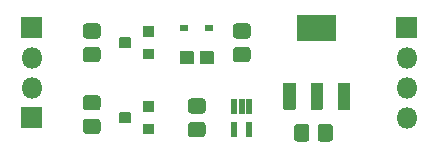
<source format=gts>
G04 #@! TF.GenerationSoftware,KiCad,Pcbnew,(5.1.12)-1*
G04 #@! TF.CreationDate,2023-02-16T22:18:36+00:00*
G04 #@! TF.ProjectId,battery,62617474-6572-4792-9e6b-696361645f70,v01*
G04 #@! TF.SameCoordinates,Original*
G04 #@! TF.FileFunction,Soldermask,Top*
G04 #@! TF.FilePolarity,Negative*
%FSLAX46Y46*%
G04 Gerber Fmt 4.6, Leading zero omitted, Abs format (unit mm)*
G04 Created by KiCad (PCBNEW (5.1.12)-1) date 2023-02-16 22:18:36*
%MOMM*%
%LPD*%
G01*
G04 APERTURE LIST*
%ADD10O,1.800000X1.800000*%
G04 APERTURE END LIST*
G36*
G01*
X105040000Y-124880000D02*
X105040000Y-126580000D01*
G75*
G02*
X104990000Y-126630000I-50000J0D01*
G01*
X103290000Y-126630000D01*
G75*
G02*
X103240000Y-126580000I0J50000D01*
G01*
X103240000Y-124880000D01*
G75*
G02*
X103290000Y-124830000I50000J0D01*
G01*
X104990000Y-124830000D01*
G75*
G02*
X105040000Y-124880000I0J-50000D01*
G01*
G37*
D10*
X104140000Y-128270000D03*
X104140000Y-130810000D03*
G36*
G01*
X105040000Y-132500000D02*
X105040000Y-134200000D01*
G75*
G02*
X104990000Y-134250000I-50000J0D01*
G01*
X103290000Y-134250000D01*
G75*
G02*
X103240000Y-134200000I0J50000D01*
G01*
X103240000Y-132500000D01*
G75*
G02*
X103290000Y-132450000I50000J0D01*
G01*
X104990000Y-132450000D01*
G75*
G02*
X105040000Y-132500000I0J-50000D01*
G01*
G37*
G36*
G01*
X122345000Y-131745000D02*
X122795000Y-131745000D01*
G75*
G02*
X122820000Y-131770000I0J-25000D01*
G01*
X122820000Y-133010000D01*
G75*
G02*
X122795000Y-133035000I-25000J0D01*
G01*
X122345000Y-133035000D01*
G75*
G02*
X122320000Y-133010000I0J25000D01*
G01*
X122320000Y-131770000D01*
G75*
G02*
X122345000Y-131745000I25000J0D01*
G01*
G37*
G36*
G01*
X121695000Y-131745000D02*
X122145000Y-131745000D01*
G75*
G02*
X122170000Y-131770000I0J-25000D01*
G01*
X122170000Y-133010000D01*
G75*
G02*
X122145000Y-133035000I-25000J0D01*
G01*
X121695000Y-133035000D01*
G75*
G02*
X121670000Y-133010000I0J25000D01*
G01*
X121670000Y-131770000D01*
G75*
G02*
X121695000Y-131745000I25000J0D01*
G01*
G37*
G36*
G01*
X121045000Y-131745000D02*
X121495000Y-131745000D01*
G75*
G02*
X121520000Y-131770000I0J-25000D01*
G01*
X121520000Y-133010000D01*
G75*
G02*
X121495000Y-133035000I-25000J0D01*
G01*
X121045000Y-133035000D01*
G75*
G02*
X121020000Y-133010000I0J25000D01*
G01*
X121020000Y-131770000D01*
G75*
G02*
X121045000Y-131745000I25000J0D01*
G01*
G37*
G36*
G01*
X121045000Y-133665000D02*
X121495000Y-133665000D01*
G75*
G02*
X121520000Y-133690000I0J-25000D01*
G01*
X121520000Y-134930000D01*
G75*
G02*
X121495000Y-134955000I-25000J0D01*
G01*
X121045000Y-134955000D01*
G75*
G02*
X121020000Y-134930000I0J25000D01*
G01*
X121020000Y-133690000D01*
G75*
G02*
X121045000Y-133665000I25000J0D01*
G01*
G37*
G36*
G01*
X122345000Y-133665000D02*
X122795000Y-133665000D01*
G75*
G02*
X122820000Y-133690000I0J-25000D01*
G01*
X122820000Y-134930000D01*
G75*
G02*
X122795000Y-134955000I-25000J0D01*
G01*
X122345000Y-134955000D01*
G75*
G02*
X122320000Y-134930000I0J25000D01*
G01*
X122320000Y-133690000D01*
G75*
G02*
X122345000Y-133665000I25000J0D01*
G01*
G37*
G36*
G01*
X112530000Y-126600000D02*
X112530000Y-127400000D01*
G75*
G02*
X112480000Y-127450000I-50000J0D01*
G01*
X111580000Y-127450000D01*
G75*
G02*
X111530000Y-127400000I0J50000D01*
G01*
X111530000Y-126600000D01*
G75*
G02*
X111580000Y-126550000I50000J0D01*
G01*
X112480000Y-126550000D01*
G75*
G02*
X112530000Y-126600000I0J-50000D01*
G01*
G37*
G36*
G01*
X114530000Y-125650000D02*
X114530000Y-126450000D01*
G75*
G02*
X114480000Y-126500000I-50000J0D01*
G01*
X113580000Y-126500000D01*
G75*
G02*
X113530000Y-126450000I0J50000D01*
G01*
X113530000Y-125650000D01*
G75*
G02*
X113580000Y-125600000I50000J0D01*
G01*
X114480000Y-125600000D01*
G75*
G02*
X114530000Y-125650000I0J-50000D01*
G01*
G37*
G36*
G01*
X114530000Y-127550000D02*
X114530000Y-128350000D01*
G75*
G02*
X114480000Y-128400000I-50000J0D01*
G01*
X113580000Y-128400000D01*
G75*
G02*
X113530000Y-128350000I0J50000D01*
G01*
X113530000Y-127550000D01*
G75*
G02*
X113580000Y-127500000I50000J0D01*
G01*
X114480000Y-127500000D01*
G75*
G02*
X114530000Y-127550000I0J-50000D01*
G01*
G37*
G36*
G01*
X119510000Y-125505000D02*
X119510000Y-125955000D01*
G75*
G02*
X119460000Y-126005000I-50000J0D01*
G01*
X118860000Y-126005000D01*
G75*
G02*
X118810000Y-125955000I0J50000D01*
G01*
X118810000Y-125505000D01*
G75*
G02*
X118860000Y-125455000I50000J0D01*
G01*
X119460000Y-125455000D01*
G75*
G02*
X119510000Y-125505000I0J-50000D01*
G01*
G37*
G36*
G01*
X117410000Y-125505000D02*
X117410000Y-125955000D01*
G75*
G02*
X117360000Y-126005000I-50000J0D01*
G01*
X116760000Y-126005000D01*
G75*
G02*
X116710000Y-125955000I0J50000D01*
G01*
X116710000Y-125505000D01*
G75*
G02*
X116760000Y-125455000I50000J0D01*
G01*
X117360000Y-125455000D01*
G75*
G02*
X117410000Y-125505000I0J-50000D01*
G01*
G37*
G36*
G01*
X114530000Y-133900000D02*
X114530000Y-134700000D01*
G75*
G02*
X114480000Y-134750000I-50000J0D01*
G01*
X113580000Y-134750000D01*
G75*
G02*
X113530000Y-134700000I0J50000D01*
G01*
X113530000Y-133900000D01*
G75*
G02*
X113580000Y-133850000I50000J0D01*
G01*
X114480000Y-133850000D01*
G75*
G02*
X114530000Y-133900000I0J-50000D01*
G01*
G37*
G36*
G01*
X114530000Y-132000000D02*
X114530000Y-132800000D01*
G75*
G02*
X114480000Y-132850000I-50000J0D01*
G01*
X113580000Y-132850000D01*
G75*
G02*
X113530000Y-132800000I0J50000D01*
G01*
X113530000Y-132000000D01*
G75*
G02*
X113580000Y-131950000I50000J0D01*
G01*
X114480000Y-131950000D01*
G75*
G02*
X114530000Y-132000000I0J-50000D01*
G01*
G37*
G36*
G01*
X112530000Y-132950000D02*
X112530000Y-133750000D01*
G75*
G02*
X112480000Y-133800000I-50000J0D01*
G01*
X111580000Y-133800000D01*
G75*
G02*
X111530000Y-133750000I0J50000D01*
G01*
X111530000Y-132950000D01*
G75*
G02*
X111580000Y-132900000I50000J0D01*
G01*
X112480000Y-132900000D01*
G75*
G02*
X112530000Y-132950000I0J-50000D01*
G01*
G37*
G36*
G01*
X116660000Y-128770000D02*
X116660000Y-127770000D01*
G75*
G02*
X116710000Y-127720000I50000J0D01*
G01*
X117810000Y-127720000D01*
G75*
G02*
X117860000Y-127770000I0J-50000D01*
G01*
X117860000Y-128770000D01*
G75*
G02*
X117810000Y-128820000I-50000J0D01*
G01*
X116710000Y-128820000D01*
G75*
G02*
X116660000Y-128770000I0J50000D01*
G01*
G37*
G36*
G01*
X118360000Y-128770000D02*
X118360000Y-127770000D01*
G75*
G02*
X118410000Y-127720000I50000J0D01*
G01*
X119510000Y-127720000D01*
G75*
G02*
X119560000Y-127770000I0J-50000D01*
G01*
X119560000Y-128770000D01*
G75*
G02*
X119510000Y-128820000I-50000J0D01*
G01*
X118410000Y-128820000D01*
G75*
G02*
X118360000Y-128770000I0J50000D01*
G01*
G37*
G36*
G01*
X134990000Y-126580000D02*
X134990000Y-124880000D01*
G75*
G02*
X135040000Y-124830000I50000J0D01*
G01*
X136740000Y-124830000D01*
G75*
G02*
X136790000Y-124880000I0J-50000D01*
G01*
X136790000Y-126580000D01*
G75*
G02*
X136740000Y-126630000I-50000J0D01*
G01*
X135040000Y-126630000D01*
G75*
G02*
X134990000Y-126580000I0J50000D01*
G01*
G37*
X135890000Y-128270000D03*
X135890000Y-130810000D03*
X135890000Y-133350000D03*
G36*
G01*
X122399168Y-126650000D02*
X121440832Y-126650000D01*
G75*
G02*
X121170000Y-126379168I0J270832D01*
G01*
X121170000Y-125620832D01*
G75*
G02*
X121440832Y-125350000I270832J0D01*
G01*
X122399168Y-125350000D01*
G75*
G02*
X122670000Y-125620832I0J-270832D01*
G01*
X122670000Y-126379168D01*
G75*
G02*
X122399168Y-126650000I-270832J0D01*
G01*
G37*
G36*
G01*
X122399168Y-128650000D02*
X121440832Y-128650000D01*
G75*
G02*
X121170000Y-128379168I0J270832D01*
G01*
X121170000Y-127620832D01*
G75*
G02*
X121440832Y-127350000I270832J0D01*
G01*
X122399168Y-127350000D01*
G75*
G02*
X122670000Y-127620832I0J-270832D01*
G01*
X122670000Y-128379168D01*
G75*
G02*
X122399168Y-128650000I-270832J0D01*
G01*
G37*
G36*
G01*
X108740832Y-125350000D02*
X109699168Y-125350000D01*
G75*
G02*
X109970000Y-125620832I0J-270832D01*
G01*
X109970000Y-126379168D01*
G75*
G02*
X109699168Y-126650000I-270832J0D01*
G01*
X108740832Y-126650000D01*
G75*
G02*
X108470000Y-126379168I0J270832D01*
G01*
X108470000Y-125620832D01*
G75*
G02*
X108740832Y-125350000I270832J0D01*
G01*
G37*
G36*
G01*
X108740832Y-127350000D02*
X109699168Y-127350000D01*
G75*
G02*
X109970000Y-127620832I0J-270832D01*
G01*
X109970000Y-128379168D01*
G75*
G02*
X109699168Y-128650000I-270832J0D01*
G01*
X108740832Y-128650000D01*
G75*
G02*
X108470000Y-128379168I0J270832D01*
G01*
X108470000Y-127620832D01*
G75*
G02*
X108740832Y-127350000I270832J0D01*
G01*
G37*
G36*
G01*
X109699168Y-132730000D02*
X108740832Y-132730000D01*
G75*
G02*
X108470000Y-132459168I0J270832D01*
G01*
X108470000Y-131700832D01*
G75*
G02*
X108740832Y-131430000I270832J0D01*
G01*
X109699168Y-131430000D01*
G75*
G02*
X109970000Y-131700832I0J-270832D01*
G01*
X109970000Y-132459168D01*
G75*
G02*
X109699168Y-132730000I-270832J0D01*
G01*
G37*
G36*
G01*
X109699168Y-134730000D02*
X108740832Y-134730000D01*
G75*
G02*
X108470000Y-134459168I0J270832D01*
G01*
X108470000Y-133700832D01*
G75*
G02*
X108740832Y-133430000I270832J0D01*
G01*
X109699168Y-133430000D01*
G75*
G02*
X109970000Y-133700832I0J-270832D01*
G01*
X109970000Y-134459168D01*
G75*
G02*
X109699168Y-134730000I-270832J0D01*
G01*
G37*
G36*
G01*
X117630832Y-131700000D02*
X118589168Y-131700000D01*
G75*
G02*
X118860000Y-131970832I0J-270832D01*
G01*
X118860000Y-132729168D01*
G75*
G02*
X118589168Y-133000000I-270832J0D01*
G01*
X117630832Y-133000000D01*
G75*
G02*
X117360000Y-132729168I0J270832D01*
G01*
X117360000Y-131970832D01*
G75*
G02*
X117630832Y-131700000I270832J0D01*
G01*
G37*
G36*
G01*
X117630832Y-133700000D02*
X118589168Y-133700000D01*
G75*
G02*
X118860000Y-133970832I0J-270832D01*
G01*
X118860000Y-134729168D01*
G75*
G02*
X118589168Y-135000000I-270832J0D01*
G01*
X117630832Y-135000000D01*
G75*
G02*
X117360000Y-134729168I0J270832D01*
G01*
X117360000Y-133970832D01*
G75*
G02*
X117630832Y-133700000I270832J0D01*
G01*
G37*
G36*
G01*
X129650000Y-134140832D02*
X129650000Y-135099168D01*
G75*
G02*
X129379168Y-135370000I-270832J0D01*
G01*
X128620832Y-135370000D01*
G75*
G02*
X128350000Y-135099168I0J270832D01*
G01*
X128350000Y-134140832D01*
G75*
G02*
X128620832Y-133870000I270832J0D01*
G01*
X129379168Y-133870000D01*
G75*
G02*
X129650000Y-134140832I0J-270832D01*
G01*
G37*
G36*
G01*
X127650000Y-134140832D02*
X127650000Y-135099168D01*
G75*
G02*
X127379168Y-135370000I-270832J0D01*
G01*
X126620832Y-135370000D01*
G75*
G02*
X126350000Y-135099168I0J270832D01*
G01*
X126350000Y-134140832D01*
G75*
G02*
X126620832Y-133870000I270832J0D01*
G01*
X127379168Y-133870000D01*
G75*
G02*
X127650000Y-134140832I0J-270832D01*
G01*
G37*
G36*
G01*
X125445000Y-132605000D02*
X125445000Y-130455000D01*
G75*
G02*
X125495000Y-130405000I50000J0D01*
G01*
X126445000Y-130405000D01*
G75*
G02*
X126495000Y-130455000I0J-50000D01*
G01*
X126495000Y-132605000D01*
G75*
G02*
X126445000Y-132655000I-50000J0D01*
G01*
X125495000Y-132655000D01*
G75*
G02*
X125445000Y-132605000I0J50000D01*
G01*
G37*
G36*
G01*
X127745000Y-132605000D02*
X127745000Y-130455000D01*
G75*
G02*
X127795000Y-130405000I50000J0D01*
G01*
X128745000Y-130405000D01*
G75*
G02*
X128795000Y-130455000I0J-50000D01*
G01*
X128795000Y-132605000D01*
G75*
G02*
X128745000Y-132655000I-50000J0D01*
G01*
X127795000Y-132655000D01*
G75*
G02*
X127745000Y-132605000I0J50000D01*
G01*
G37*
G36*
G01*
X130045000Y-132605000D02*
X130045000Y-130455000D01*
G75*
G02*
X130095000Y-130405000I50000J0D01*
G01*
X131045000Y-130405000D01*
G75*
G02*
X131095000Y-130455000I0J-50000D01*
G01*
X131095000Y-132605000D01*
G75*
G02*
X131045000Y-132655000I-50000J0D01*
G01*
X130095000Y-132655000D01*
G75*
G02*
X130045000Y-132605000I0J50000D01*
G01*
G37*
G36*
G01*
X126595000Y-126805000D02*
X126595000Y-124655000D01*
G75*
G02*
X126645000Y-124605000I50000J0D01*
G01*
X129895000Y-124605000D01*
G75*
G02*
X129945000Y-124655000I0J-50000D01*
G01*
X129945000Y-126805000D01*
G75*
G02*
X129895000Y-126855000I-50000J0D01*
G01*
X126645000Y-126855000D01*
G75*
G02*
X126595000Y-126805000I0J50000D01*
G01*
G37*
M02*

</source>
